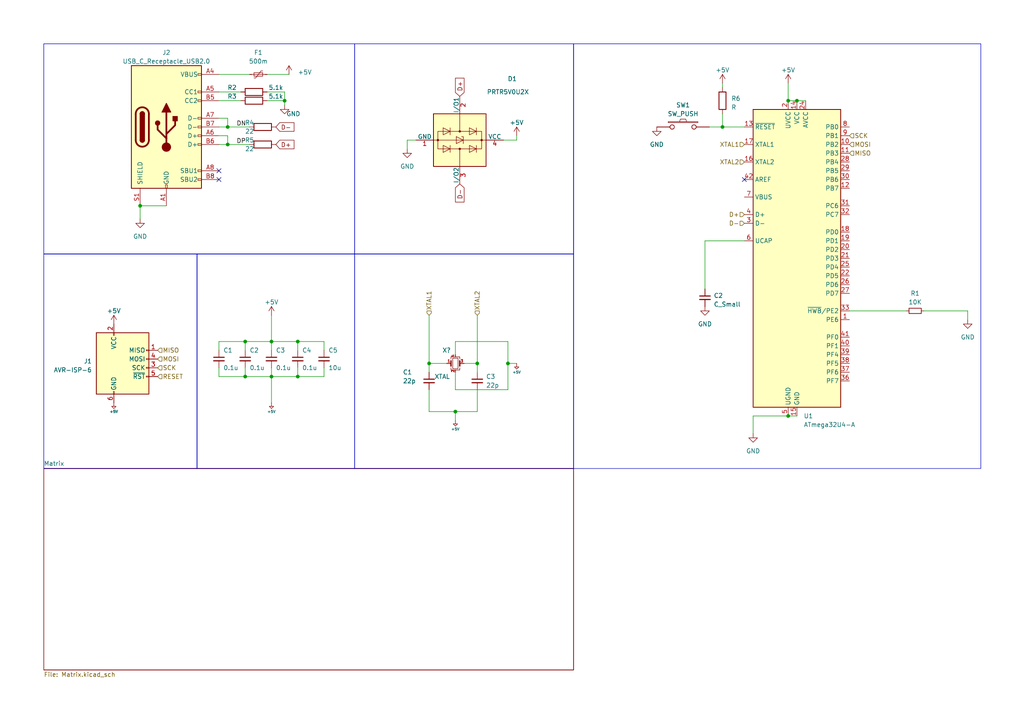
<source format=kicad_sch>
(kicad_sch (version 20230121) (generator eeschema)
  (paper "A4")
  (lib_symbols
    (symbol "Connector:AVR-ISP-6" (pin_names (offset 1.016))
      (property "Reference" "J" (at -6.35 11.43 0))
      (property "Value" "AVR-ISP-6" (at 0 11.43 0))
      (symbol "AVR-ISP-6_0_1"
        (rectangle (start -2.667 -6.858) (end -2.413 -7.62))
        (rectangle (start -2.667 10.16) (end -2.413 9.398))
        (rectangle (start 7.62 -2.413) (end 6.858 -2.667))
        (rectangle (start 7.62 0.127) (end 6.858 -0.127))
        (rectangle (start 7.62 2.667) (end 6.858 2.413))
        (rectangle (start 7.62 5.207) (end 6.858 4.953))
        (rectangle (start 7.62 10.16) (end -7.62 -7.62) (stroke (width 0.254)) (fill (type background)))
      )
      (symbol "AVR-ISP-6_1_1"
        (pin passive line (at 10.16 5.08 180) (length 2.54) (name "MISO") (number "1"))
        (pin passive line (at -2.54 12.7 270) (length 2.54) (name "VCC") (number "2"))
        (pin passive line (at 10.16 0 180) (length 2.54) (name "SCK") (number "3"))
        (pin passive line (at 10.16 2.54 180) (length 2.54) (name "MOSI") (number "4"))
        (pin passive line (at 10.16 -2.54 180) (length 2.54) (name "~{RST}") (number "5"))
        (pin passive line (at -2.54 -10.16 90) (length 2.54) (name "GND") (number "6"))
      )
    )
    (symbol "Connector:USB_C_Receptacle_USB2.0" (pin_names (offset 1.016))
      (property "Reference" "J" (at -10.16 19.05 0))
      (property "Value" "USB_C_Receptacle_USB2.0" (at 19.05 19.05 0))
      (symbol "USB_C_Receptacle_USB2.0_0_0"
        (rectangle (start -0.254 -17.78) (end 0.254 -16.764))
        (rectangle (start 10.16 -14.986) (end 9.144 -15.494))
        (rectangle (start 10.16 -12.446) (end 9.144 -12.954))
        (rectangle (start 10.16 -4.826) (end 9.144 -5.334))
        (rectangle (start 10.16 -2.286) (end 9.144 -2.794))
        (rectangle (start 10.16 0.254) (end 9.144 -0.254))
        (rectangle (start 10.16 2.794) (end 9.144 2.286))
        (rectangle (start 10.16 7.874) (end 9.144 7.366))
        (rectangle (start 10.16 10.414) (end 9.144 9.906))
        (rectangle (start 10.16 15.494) (end 9.144 14.986))
      )
      (symbol "USB_C_Receptacle_USB2.0_0_1"
        (rectangle (start -10.16 17.78) (end 10.16 -17.78) (stroke (width 0.254)) (fill (type background)))
        (arc (start -8.89 -3.81) (mid -6.985 -5.7067) (end -5.08 -3.81) (stroke (width 0.508)))
        (arc (start -7.62 -3.81) (mid -6.985 -4.4423) (end -6.35 -3.81) (stroke (width 0.254)))
        (arc (start -7.62 -3.81) (mid -6.985 -4.4423) (end -6.35 -3.81) (stroke (width 0.254)) (fill (type outline)))
        (rectangle (start -7.62 -3.81) (end -6.35 3.81) (stroke (width 0.254)) (fill (type outline)))
        (arc (start -6.35 3.81) (mid -6.985 4.4423) (end -7.62 3.81) (stroke (width 0.254)))
        (arc (start -6.35 3.81) (mid -6.985 4.4423) (end -7.62 3.81) (stroke (width 0.254)) (fill (type outline)))
        (arc (start -5.08 3.81) (mid -6.985 5.7067) (end -8.89 3.81) (stroke (width 0.508)))
        (circle (center -2.54 1.143) (radius 0.635) (stroke (width 0.254)) (fill (type outline)))
        (circle (center 0 -5.842) (radius 1.27) (fill (type outline)))
        (polyline (pts (xy -8.89 -3.81) (xy -8.89 3.81)) (stroke (width 0.508)))
        (polyline (pts (xy -5.08 3.81) (xy -5.08 -3.81)) (stroke (width 0.508)))
        (polyline (pts (xy 0 -5.842) (xy 0 4.318)) (stroke (width 0.508)))
        (polyline (pts (xy 0 -3.302) (xy -2.54 -0.762) (xy -2.54 0.508)) (stroke (width 0.508)))
        (polyline (pts (xy 0 -2.032) (xy 2.54 0.508) (xy 2.54 1.778)) (stroke (width 0.508)))
        (polyline (pts (xy -1.27 4.318) (xy 0 6.858) (xy 1.27 4.318) (xy -1.27 4.318)) (stroke (width 0.254)) (fill (type outline)))
        (rectangle (start 1.905 1.778) (end 3.175 3.048) (stroke (width 0.254)) (fill (type outline)))
      )
      (symbol "USB_C_Receptacle_USB2.0_1_1"
        (pin passive line (at 0 -22.86 90) (length 5.08) (name "GND") (number "A1"))
        (pin passive line (at 0 -22.86 90) (length 5.08) hide (name "GND") (number "A12"))
        (pin passive line (at 15.24 15.24 180) (length 5.08) (name "VBUS") (number "A4"))
        (pin bidirectional line (at 15.24 10.16 180) (length 5.08) (name "CC1") (number "A5"))
        (pin bidirectional line (at 15.24 -2.54 180) (length 5.08) (name "D+") (number "A6"))
        (pin bidirectional line (at 15.24 2.54 180) (length 5.08) (name "D-") (number "A7"))
        (pin bidirectional line (at 15.24 -12.7 180) (length 5.08) (name "SBU1") (number "A8"))
        (pin passive line (at 15.24 15.24 180) (length 5.08) hide (name "VBUS") (number "A9"))
        (pin passive line (at 0 -22.86 90) (length 5.08) hide (name "GND") (number "B1"))
        (pin passive line (at 0 -22.86 90) (length 5.08) hide (name "GND") (number "B12"))
        (pin passive line (at 15.24 15.24 180) (length 5.08) hide (name "VBUS") (number "B4"))
        (pin bidirectional line (at 15.24 7.62 180) (length 5.08) (name "CC2") (number "B5"))
        (pin bidirectional line (at 15.24 -5.08 180) (length 5.08) (name "D+") (number "B6"))
        (pin bidirectional line (at 15.24 0 180) (length 5.08) (name "D-") (number "B7"))
        (pin bidirectional line (at 15.24 -15.24 180) (length 5.08) (name "SBU2") (number "B8"))
        (pin passive line (at 15.24 15.24 180) (length 5.08) hide (name "VBUS") (number "B9"))
        (pin passive line (at -7.62 -22.86 90) (length 5.08) (name "SHIELD") (number "S1"))
      )
    )
    (symbol "Device:C_Small" (pin_numbers hide) (pin_names (offset 0.254) hide)
      (property "Reference" "C" (at 0.254 1.778 0))
      (property "Value" "C_Small" (at 0.254 -2.032 0))
      (symbol "C_Small_0_1"
        (polyline (pts (xy -1.524 -0.508) (xy 1.524 -0.508)) (stroke (width 0.3302)))
        (polyline (pts (xy -1.524 0.508) (xy 1.524 0.508)) (stroke (width 0.3048)))
      )
      (symbol "C_Small_1_1"
        (pin passive line (at 0 2.54 270) (length 2.032) (name "~") (number "1"))
        (pin passive line (at 0 -2.54 90) (length 2.032) (name "~") (number "2"))
      )
    )
    (symbol "Device:Crystal_GND24_Small" (pin_names (offset 1.016) hide)
      (property "Reference" "Y" (at 1.27 4.445 0))
      (property "Value" "Crystal_GND24_Small" (at 1.27 2.54 0))
      (symbol "Crystal_GND24_Small_0_1"
        (rectangle (start -0.762 -1.524) (end 0.762 1.524))
        (polyline (pts (xy -1.27 -0.762) (xy -1.27 0.762)) (stroke (width 0.381)))
        (polyline (pts (xy 1.27 -0.762) (xy 1.27 0.762)) (stroke (width 0.381)))
        (polyline (pts (xy -1.27 -1.27) (xy -1.27 -1.905) (xy 1.27 -1.905) (xy 1.27 -1.27)))
        (polyline (pts (xy -1.27 1.27) (xy -1.27 1.905) (xy 1.27 1.905) (xy 1.27 1.27)))
      )
      (symbol "Crystal_GND24_Small_1_1"
        (pin passive line (at -2.54 0 0) (length 1.27) (name "1") (number "1"))
        (pin passive line (at 0 -2.54 90) (length 0.635) (name "2") (number "2"))
        (pin passive line (at 2.54 0 180) (length 1.27) (name "3") (number "3"))
        (pin passive line (at 0 2.54 270) (length 0.635) (name "4") (number "4"))
      )
    )
    (symbol "Device:Polyfuse_Small" (pin_numbers hide) (pin_names (offset 0))
      (property "Reference" "F" (at -1.905 0 90))
      (property "Value" "Polyfuse_Small" (at 1.905 0 90))
      (symbol "Polyfuse_Small_0_1"
        (rectangle (start -0.508 1.27) (end 0.508 -1.27))
        (polyline (pts (xy 0 2.54) (xy 0 -2.54)))
        (polyline (pts (xy -1.016 1.27) (xy -1.016 0.762) (xy 1.016 -0.762) (xy 1.016 -1.27)))
      )
      (symbol "Polyfuse_Small_1_1"
        (pin passive line (at 0 2.54 270) (length 0.635) (name "~") (number "1"))
        (pin passive line (at 0 -2.54 90) (length 0.635) (name "~") (number "2"))
      )
    )
    (symbol "Device:R" (pin_numbers hide) (pin_names (offset 0))
      (property "Reference" "R" (at 2.032 0 90))
      (property "Value" "R" (at 0 0 90))
      (symbol "R_0_1"
        (rectangle (start -1.016 -2.54) (end 1.016 2.54) (stroke (width 0.254)))
      )
      (symbol "R_1_1"
        (pin passive line (at 0 3.81 270) (length 1.27) (name "~") (number "1"))
        (pin passive line (at 0 -3.81 90) (length 1.27) (name "~") (number "2"))
      )
    )
    (symbol "Device:R_Small" (pin_numbers hide) (pin_names (offset 0.254) hide)
      (property "Reference" "R" (at 0.762 0.508 0))
      (property "Value" "R_Small" (at 0.762 -1.016 0))
      (symbol "R_Small_0_1"
        (rectangle (start -0.762 1.778) (end 0.762 -1.778) (stroke (width 0.2032)))
      )
      (symbol "R_Small_1_1"
        (pin passive line (at 0 2.54 270) (length 0.762) (name "~") (number "1"))
        (pin passive line (at 0 -2.54 90) (length 0.762) (name "~") (number "2"))
      )
    )
    (symbol "MCU_Microchip_ATmega:ATmega32U4-A"
      (property "Reference" "U" (at -12.7 44.45 0))
      (property "Value" "ATmega32U4-A" (at 2.54 -44.45 0))
      (symbol "ATmega32U4-A_0_1"
        (rectangle (start -12.7 -43.18) (end 12.7 43.18) (stroke (width 0.254)) (fill (type background)))
      )
      (symbol "ATmega32U4-A_1_1"
        (pin bidirectional line (at 15.24 -17.78 180) (length 2.54) (name "PE6") (number "1"))
        (pin bidirectional line (at 15.24 33.02 180) (length 2.54) (name "PB2") (number "10"))
        (pin bidirectional line (at 15.24 30.48 180) (length 2.54) (name "PB3") (number "11"))
        (pin bidirectional line (at 15.24 20.32 180) (length 2.54) (name "PB7") (number "12"))
        (pin input line (at -15.24 38.1 0) (length 2.54) (name "~{RESET}") (number "13"))
        (pin power_in line (at 0 45.72 270) (length 2.54) (name "VCC") (number "14"))
        (pin power_in line (at 0 -45.72 90) (length 2.54) (name "GND") (number "15"))
        (pin output line (at -15.24 27.94 0) (length 2.54) (name "XTAL2") (number "16"))
        (pin input line (at -15.24 33.02 0) (length 2.54) (name "XTAL1") (number "17"))
        (pin bidirectional line (at 15.24 7.62 180) (length 2.54) (name "PD0") (number "18"))
        (pin bidirectional line (at 15.24 5.08 180) (length 2.54) (name "PD1") (number "19"))
        (pin power_in line (at -2.54 45.72 270) (length 2.54) (name "UVCC") (number "2"))
        (pin bidirectional line (at 15.24 2.54 180) (length 2.54) (name "PD2") (number "20"))
        (pin bidirectional line (at 15.24 0 180) (length 2.54) (name "PD3") (number "21"))
        (pin bidirectional line (at 15.24 -5.08 180) (length 2.54) (name "PD5") (number "22"))
        (pin passive line (at 0 -45.72 90) (length 2.54) hide (name "GND") (number "23"))
        (pin power_in line (at 2.54 45.72 270) (length 2.54) (name "AVCC") (number "24"))
        (pin bidirectional line (at 15.24 -2.54 180) (length 2.54) (name "PD4") (number "25"))
        (pin bidirectional line (at 15.24 -7.62 180) (length 2.54) (name "PD6") (number "26"))
        (pin bidirectional line (at 15.24 -10.16 180) (length 2.54) (name "PD7") (number "27"))
        (pin bidirectional line (at 15.24 27.94 180) (length 2.54) (name "PB4") (number "28"))
        (pin bidirectional line (at 15.24 25.4 180) (length 2.54) (name "PB5") (number "29"))
        (pin bidirectional line (at -15.24 10.16 0) (length 2.54) (name "D-") (number "3"))
        (pin bidirectional line (at 15.24 22.86 180) (length 2.54) (name "PB6") (number "30"))
        (pin bidirectional line (at 15.24 15.24 180) (length 2.54) (name "PC6") (number "31"))
        (pin bidirectional line (at 15.24 12.7 180) (length 2.54) (name "PC7") (number "32"))
        (pin bidirectional line (at 15.24 -15.24 180) (length 2.54) (name "~{HWB}/PE2") (number "33"))
        (pin passive line (at 0 45.72 270) (length 2.54) hide (name "VCC") (number "34"))
        (pin passive line (at 0 -45.72 90) (length 2.54) hide (name "GND") (number "35"))
        (pin bidirectional line (at 15.24 -35.56 180) (length 2.54) (name "PF7") (number "36"))
        (pin bidirectional line (at 15.24 -33.02 180) (length 2.54) (name "PF6") (number "37"))
        (pin bidirectional line (at 15.24 -30.48 180) (length 2.54) (name "PF5") (number "38"))
        (pin bidirectional line (at 15.24 -27.94 180) (length 2.54) (name "PF4") (number "39"))
        (pin bidirectional line (at -15.24 12.7 0) (length 2.54) (name "D+") (number "4"))
        (pin bidirectional line (at 15.24 -25.4 180) (length 2.54) (name "PF1") (number "40"))
        (pin bidirectional line (at 15.24 -22.86 180) (length 2.54) (name "PF0") (number "41"))
        (pin passive line (at -15.24 22.86 0) (length 2.54) (name "AREF") (number "42"))
        (pin passive line (at 0 -45.72 90) (length 2.54) hide (name "GND") (number "43"))
        (pin passive line (at 2.54 45.72 270) (length 2.54) hide (name "AVCC") (number "44"))
        (pin passive line (at -2.54 -45.72 90) (length 2.54) (name "UGND") (number "5"))
        (pin passive line (at -15.24 5.08 0) (length 2.54) (name "UCAP") (number "6"))
        (pin input line (at -15.24 17.78 0) (length 2.54) (name "VBUS") (number "7"))
        (pin bidirectional line (at 15.24 38.1 180) (length 2.54) (name "PB0") (number "8"))
        (pin bidirectional line (at 15.24 35.56 180) (length 2.54) (name "PB1") (number "9"))
      )
    )
    (symbol "Power_Protection:PRTR5V0U2X" (pin_names (offset 0))
      (property "Reference" "D" (at 2.794 8.636 0))
      (property "Value" "PRTR5V0U2X" (at 8.128 -9.398 0))
      (symbol "PRTR5V0U2X_0_1"
        (rectangle (start -7.62 -7.62) (end 7.62 7.62) (stroke (width 0.254)) (fill (type background)))
        (circle (center -2.54 0) (radius 0.254) (fill (type outline)))
        (rectangle (start -2.54 6.35) (end 2.54 -6.35))
        (circle (center 0 -6.35) (radius 0.254) (fill (type outline)))
        (polyline (pts (xy -2.54 0) (xy -7.62 0)))
        (polyline (pts (xy -1.524 -2.794) (xy -3.556 -2.794)))
        (polyline (pts (xy -1.524 4.826) (xy -3.556 4.826)))
        (polyline (pts (xy 0 -7.62) (xy 0 7.62)))
        (polyline (pts (xy 1.524 -2.794) (xy 3.556 -2.794)))
        (polyline (pts (xy 1.524 4.826) (xy 3.556 4.826)))
        (polyline (pts (xy 2.54 0) (xy 7.62 0)))
        (polyline (pts (xy 1.016 1.016) (xy -1.016 1.016) (xy -1.016 0.508)))
        (polyline (pts (xy -3.556 -4.826) (xy -1.524 -4.826) (xy -2.54 -2.794) (xy -3.556 -4.826)))
        (polyline (pts (xy -3.556 2.794) (xy -1.524 2.794) (xy -2.54 4.826) (xy -3.556 2.794)))
        (polyline (pts (xy -1.016 -1.016) (xy 1.016 -1.016) (xy 0 1.016) (xy -1.016 -1.016)))
        (polyline (pts (xy 3.556 -4.826) (xy 1.524 -4.826) (xy 2.54 -2.794) (xy 3.556 -4.826)))
        (polyline (pts (xy 3.556 2.794) (xy 1.524 2.794) (xy 2.54 4.826) (xy 3.556 2.794)))
        (circle (center 0 6.35) (radius 0.254) (fill (type outline)))
        (circle (center 2.54 0) (radius 0.254) (fill (type outline)))
      )
      (symbol "PRTR5V0U2X_1_1"
        (pin passive line (at 0 -12.7 90) (length 5.08) (name "GND") (number "1"))
        (pin passive line (at -12.7 0 0) (length 5.08) (name "I/O1") (number "2"))
        (pin passive line (at 12.7 0 180) (length 5.08) (name "I/O2") (number "3"))
        (pin passive line (at 0 12.7 270) (length 5.08) (name "VCC") (number "4"))
      )
    )
    (symbol "keyboard_parts:GND" (power) (pin_names (offset 0))
      (property "Value" "GND" (at 0 -2.54 0))
      (symbol "GND_0_0"
        (pin power_in line (at 0 0 90) (length 0) hide (name "+5V") (number "1"))
      )
      (symbol "GND_0_1"
        (polyline (pts (xy 0 -1.651) (xy 0.635 -1.016) (xy -0.635 -1.016) (xy 0 -1.651)))
      )
      (symbol "GND_1_1"
        (polyline (pts (xy 0 0) (xy 0 -1.016) (xy 0 -1.016)))
      )
    )
    (symbol "keyboard_parts:SW_PUSH" (pin_numbers hide) (pin_names (offset 1.016) hide)
      (property "Reference" "SW" (at 3.81 2.794 0))
      (property "Value" "SW_PUSH" (at 0 -2.032 0))
      (symbol "SW_PUSH_0_1"
        (rectangle (start -4.318 1.27) (end 4.318 1.524))
        (polyline (pts (xy -1.016 1.524) (xy -0.762 2.286) (xy 0.762 2.286) (xy 1.016 1.524)))
        (pin passive inverted (at -7.62 0 0) (length 5.08) (name "1") (number "1"))
        (pin passive inverted (at 7.62 0 180) (length 5.08) (name "2") (number "2"))
      )
    )
    (symbol "power:+5V" (power) (pin_names (offset 0))
      (property "Value" "+5V" (at 0 3.556 0))
      (symbol "+5V_0_1"
        (polyline (pts (xy -0.762 1.27) (xy 0 2.54)))
        (polyline (pts (xy 0 0) (xy 0 2.54)))
        (polyline (pts (xy 0 2.54) (xy 0.762 1.27)))
      )
      (symbol "+5V_1_1"
        (pin power_in line (at 0 0 90) (length 0) hide (name "+5V") (number "1"))
      )
    )
    (symbol "power:GND" (power) (pin_names (offset 0))
      (property "Value" "GND" (at 0 -3.81 0))
      (symbol "GND_0_1"
        (polyline (pts (xy 0 0) (xy 0 -1.27) (xy 1.27 -1.27) (xy 0 -2.54) (xy -1.27 -1.27) (xy 0 -1.27)))
      )
      (symbol "GND_1_1"
        (pin power_in line (at 0 0 270) (length 0) hide (name "GND") (number "1"))
      )
    )
  )
  (junction (at 82.55 29.21))
  (junction (at 71.12 109.22))
  (junction (at 78.74 109.22))
  (junction (at 124.46 105.41))
  (junction (at 231.14 29.21))
  (junction (at 228.6 120.65))
  (junction (at 66.04 36.83))
  (junction (at 71.12 99.06))
  (junction (at 228.6 29.21))
  (junction (at 138.43 105.41))
  (junction (at 66.04 41.91))
  (junction (at 78.74 99.06))
  (junction (at 147.32 105.41))
  (junction (at 86.36 99.06))
  (junction (at 86.36 109.22))
  (junction (at 40.64 59.69))
  (junction (at 209.55 36.83))
  (junction (at 132.08 119.38))
  (no_connect (at 215.9 52.07))
  (no_connect (at 63.5 52.07))
  (no_connect (at 63.5 49.53))
  (wire (pts (xy 63.5 106.68) (xy 63.5 109.22)))
  (wire (pts (xy 205.74 36.83) (xy 209.55 36.83)))
  (wire (pts (xy 118.11 40.64) (xy 120.65 40.64)))
  (wire (pts (xy 209.55 33.02) (xy 209.55 36.83)))
  (wire (pts (xy 132.08 119.38) (xy 138.43 119.38)))
  (wire (pts (xy 132.08 113.03) (xy 147.32 113.03)))
  (wire (pts (xy 147.32 105.41) (xy 147.32 113.03)))
  (wire (pts (xy 138.43 119.38) (xy 138.43 113.03)))
  (wire (pts (xy 147.32 105.41) (xy 149.86 105.41)))
  (wire (pts (xy 147.32 99.06) (xy 147.32 105.41)))
  (wire (pts (xy 63.5 109.22) (xy 71.12 109.22)))
  (wire (pts (xy 124.46 107.95) (xy 124.46 105.41)))
  (wire (pts (xy 77.47 26.67) (xy 82.55 26.67)))
  (wire (pts (xy 40.64 59.69) (xy 40.64 63.5)))
  (wire (pts (xy 66.04 34.29) (xy 66.04 36.83)))
  (wire (pts (xy 149.86 40.64) (xy 146.05 40.64)))
  (wire (pts (xy 86.36 109.22) (xy 93.98 109.22)))
  (wire (pts (xy 93.98 109.22) (xy 93.98 106.68)))
  (wire (pts (xy 78.74 109.22) (xy 86.36 109.22)))
  (wire (pts (xy 86.36 106.68) (xy 86.36 109.22)))
  (wire (pts (xy 93.98 99.06) (xy 93.98 101.6)))
  (wire (pts (xy 86.36 99.06) (xy 93.98 99.06)))
  (wire (pts (xy 124.46 91.44) (xy 124.46 105.41)))
  (wire (pts (xy 66.04 41.91) (xy 72.39 41.91)))
  (wire (pts (xy 231.14 29.21) (xy 233.68 29.21)))
  (wire (pts (xy 134.62 105.41) (xy 138.43 105.41)))
  (wire (pts (xy 78.74 91.44) (xy 78.74 99.06)))
  (wire (pts (xy 138.43 107.95) (xy 138.43 105.41)))
  (wire (pts (xy 124.46 105.41) (xy 129.54 105.41)))
  (wire (pts (xy 218.44 120.65) (xy 228.6 120.65)))
  (wire (pts (xy 82.55 26.67) (xy 82.55 29.21)))
  (wire (pts (xy 66.04 36.83) (xy 72.39 36.83)))
  (wire (pts (xy 71.12 109.22) (xy 78.74 109.22)))
  (wire (pts (xy 71.12 99.06) (xy 71.12 101.6)))
  (wire (pts (xy 267.97 90.17) (xy 280.67 90.17)))
  (wire (pts (xy 63.5 39.37) (xy 66.04 39.37)))
  (wire (pts (xy 63.5 36.83) (xy 66.04 36.83)))
  (wire (pts (xy 124.46 113.03) (xy 124.46 119.38)))
  (wire (pts (xy 228.6 29.21) (xy 231.14 29.21)))
  (wire (pts (xy 78.74 109.22) (xy 78.74 116.84)))
  (wire (pts (xy 118.11 43.18) (xy 118.11 40.64)))
  (wire (pts (xy 63.5 41.91) (xy 66.04 41.91)))
  (wire (pts (xy 78.74 99.06) (xy 86.36 99.06)))
  (wire (pts (xy 209.55 24.13) (xy 209.55 25.4)))
  (wire (pts (xy 218.44 125.73) (xy 218.44 120.65)))
  (wire (pts (xy 209.55 36.83) (xy 215.9 36.83)))
  (wire (pts (xy 66.04 39.37) (xy 66.04 41.91)))
  (wire (pts (xy 215.9 69.85) (xy 204.47 69.85)))
  (wire (pts (xy 138.43 91.44) (xy 138.43 105.41)))
  (wire (pts (xy 63.5 26.67) (xy 69.85 26.67)))
  (wire (pts (xy 77.47 29.21) (xy 82.55 29.21)))
  (wire (pts (xy 132.08 119.38) (xy 132.08 121.92)))
  (wire (pts (xy 228.6 24.13) (xy 228.6 29.21)))
  (wire (pts (xy 86.36 99.06) (xy 86.36 101.6)))
  (wire (pts (xy 71.12 99.06) (xy 78.74 99.06)))
  (wire (pts (xy 63.5 99.06) (xy 71.12 99.06)))
  (wire (pts (xy 246.38 90.17) (xy 262.89 90.17)))
  (wire (pts (xy 63.5 29.21) (xy 69.85 29.21)))
  (wire (pts (xy 149.86 39.37) (xy 149.86 40.64)))
  (wire (pts (xy 132.08 113.03) (xy 132.08 107.95)))
  (wire (pts (xy 63.5 21.59) (xy 72.39 21.59)))
  (wire (pts (xy 78.74 106.68) (xy 78.74 109.22)))
  (wire (pts (xy 132.08 102.87) (xy 132.08 99.06)))
  (wire (pts (xy 124.46 119.38) (xy 132.08 119.38)))
  (wire (pts (xy 280.67 90.17) (xy 280.67 92.71)))
  (wire (pts (xy 63.5 101.6) (xy 63.5 99.06)))
  (wire (pts (xy 77.47 21.59) (xy 83.82 21.59)))
  (wire (pts (xy 204.47 69.85) (xy 204.47 83.82)))
  (wire (pts (xy 82.55 29.21) (xy 82.55 30.48)))
  (wire (pts (xy 228.6 120.65) (xy 231.14 120.65)))
  (wire (pts (xy 132.08 99.06) (xy 147.32 99.06)))
  (wire (pts (xy 71.12 106.68) (xy 71.12 109.22)))
  (wire (pts (xy 63.5 34.29) (xy 66.04 34.29)))
  (wire (pts (xy 78.74 99.06) (xy 78.74 101.6)))
  (wire (pts (xy 40.64 59.69) (xy 48.26 59.69)))
  (rectangle (start 12.7 73.66) (end 57.15 135.89))
  (rectangle (start 102.87 12.7) (end 166.37 73.66))
  (rectangle (start 102.87 73.66) (end 166.37 135.89))
  (rectangle (start 12.7 12.7) (end 102.87 73.66))
  (rectangle (start 166.37 12.7) (end 284.48 135.89))
  (rectangle (start 57.15 73.66) (end 102.87 135.89))
  (label "DP" (at 68.58 41.91 0))
  (label "DN" (at 68.58 36.83 0))
  (global_label "D+" (shape input) (at 133.35 27.94 90) (property "Intersheetrefs" "${INTERSHEET_REFS}" (effects hide)))
  (global_label "D-" (shape input) (at 133.35 53.34 270) (property "Intersheetrefs" "${INTERSHEET_REFS}" (effects hide)))
  (global_label "D+" (shape input) (at 80.01 41.91 0) (property "Intersheetrefs" "${INTERSHEET_REFS}" (effects hide)))
  (global_label "D-" (shape input) (at 80.01 36.83 0) (property "Intersheetrefs" "${INTERSHEET_REFS}" (effects hide)))
  (hierarchical_label "MISO" (shape input) (at 246.38 44.45 0))
  (hierarchical_label "D+" (shape input) (at 215.9 62.23 180))
  (hierarchical_label "XTAL2" (shape input) (at 215.9 46.99 180))
  (hierarchical_label "MISO" (shape input) (at 45.72 101.6 0))
  (hierarchical_label "SCK" (shape input) (at 45.72 106.68 0))
  (hierarchical_label "D-" (shape input) (at 215.9 64.77 180))
  (hierarchical_label "XTAL1" (shape input) (at 124.46 91.44 90))
  (hierarchical_label "XTAL2" (shape input) (at 138.43 91.44 90))
  (hierarchical_label "XTAL1" (shape input) (at 215.9 41.91 180))
  (hierarchical_label "SCK" (shape input) (at 246.38 39.37 0))
  (hierarchical_label "MOSI" (shape input) (at 45.72 104.14 0))
  (hierarchical_label "MOSI" (shape input) (at 246.38 41.91 0))
  (hierarchical_label "RESET" (shape input) (at 45.72 109.22 0))
  (symbol (lib_id "power:GND") (at 82.55 30.48 0) (unit 1)
    (property "Reference" "#PWR013" (effects hide))
    (property "Value" "GND" (at 85.09 33.02 0))
  )
  (symbol (lib_id "Power_Protection:PRTR5V0U2X") (at 133.35 40.64 270) (unit 1)
    (property "Reference" "D1" (at 148.59 22.86 90))
    (property "Value" "PRTR5V0U2X" (at 147.32 26.67 90))
    (property "Footprint" "Package_TO_SOT_SMD:SOT-143" (effects hide))
    (property "Datasheet" "https://assets.nexperia.com/documents/data-sheet/PRTR5V0U2X.pdf" (effects hide))
  )
  (symbol (lib_id "Device:C_Small") (at 204.47 86.36 0) (unit 1)
    (property "Reference" "C2" (at 207.01 85.7313 0) (effects (justify left)))
    (property "Value" "C_Small" (at 207.01 88.2713 0) (effects (justify left)))
  )
  (symbol (lib_id "keyboard_parts:GND") (at 33.02 116.84 0) (unit 1)
    (property "Reference" "#PWR08" (effects hide))
    (property "Value" "GND" (at 33.02 119.38 0) (effects (font (size 0.762 0.762))))
  )
  (symbol (lib_id "power:+5V") (at 209.55 24.13 0) (unit 1)
    (property "Reference" "#PWR015" (effects hide))
    (property "Value" "+5V" (at 209.55 20.32 0))
  )
  (symbol (lib_id "Device:C_Small") (at 138.43 110.49 0) (unit 1)
    (property "Reference" "C3" (at 140.97 109.22 0) (effects (justify left)))
    (property "Value" "22p" (at 140.97 111.76 0) (effects (justify left)))
  )
  (symbol (lib_id "Device:R") (at 76.2 41.91 270) (unit 1)
    (property "Reference" "R5" (at 72.39 40.64 90))
    (property "Value" "22" (at 72.39 43.18 90))
    (property "Footprint" "Resistor_SMD:R_0805_2012Metric_Pad1.20x1.40mm_HandSolder" (effects hide))
  )
  (symbol (lib_id "Connector:USB_C_Receptacle_USB2.0") (at 48.26 36.83 0) (unit 1)
    (property "Reference" "J2" (at 48.26 15.24 0))
    (property "Value" "USB_C_Receptacle_USB2.0" (at 48.26 17.78 0))
    (property "Datasheet" "https://www.usb.org/sites/default/files/documents/usb_type-c.zip" (effects hide))
  )
  (symbol (lib_id "Device:R") (at 209.55 29.21 0) (unit 1)
    (property "Reference" "R6" (at 212.09 28.575 0) (effects (justify left)))
    (property "Value" "R" (at 212.09 31.115 0) (effects (justify left)))
  )
  (symbol (lib_id "Device:C_Small") (at 124.46 110.49 0) (unit 1)
    (property "Reference" "C1" (at 116.84 107.95 0) (effects (justify left)))
    (property "Value" "22p" (at 116.84 110.49 0) (effects (justify left)))
  )
  (symbol (lib_id "power:+5V") (at 78.74 91.44 0) (unit 1)
    (property "Reference" "#PWR07" (effects hide))
    (property "Value" "+5V" (at 78.74 87.63 0))
  )
  (symbol (lib_id "keyboard_parts:GND") (at 149.86 105.41 0) (unit 1)
    (property "Reference" "#PWR017" (effects hide))
    (property "Value" "GND" (at 149.86 107.95 0) (effects (font (size 0.762 0.762))))
  )
  (symbol (lib_id "power:+5V") (at 83.82 21.59 0) (unit 1)
    (property "Reference" "#PWR014" (effects hide))
    (property "Value" "+5V" (at 86.36 20.955 0) (effects (justify left)))
  )
  (symbol (lib_id "power:GND") (at 280.67 92.71 0) (unit 1)
    (property "Reference" "#PWR04" (effects hide))
    (property "Value" "GND" (at 280.67 97.79 0))
  )
  (symbol (lib_id "Device:C_Small") (at 63.5 104.14 0) (unit 1)
    (property "Reference" "C1" (at 64.77 101.6 0) (effects (justify left)))
    (property "Value" "0.1u" (at 64.77 106.68 0) (effects (justify left)))
  )
  (symbol (lib_id "keyboard_parts:SW_PUSH") (at 198.12 36.83 0) (unit 1)
    (property "Reference" "SW1" (at 198.12 30.48 0))
    (property "Value" "SW_PUSH" (at 198.12 33.02 0))
  )
  (symbol (lib_id "power:+5V") (at 228.6 24.13 0) (unit 1)
    (property "Reference" "#PWR01" (effects hide))
    (property "Value" "+5V" (at 228.6 20.32 0))
  )
  (symbol (lib_id "Device:C_Small") (at 71.12 104.14 0) (unit 1)
    (property "Reference" "C2" (at 72.39 101.6 0) (effects (justify left)))
    (property "Value" "0.1u" (at 72.39 106.68 0) (effects (justify left)))
  )
  (symbol (lib_id "Device:R") (at 73.66 29.21 270) (unit 1)
    (property "Reference" "R3" (at 67.31 27.94 90))
    (property "Value" "5.1k" (at 80.01 27.94 90))
    (property "Footprint" "Resistor_SMD:R_0805_2012Metric_Pad1.20x1.40mm_HandSolder" (effects hide))
  )
  (symbol (lib_id "Device:R") (at 76.2 36.83 270) (unit 1)
    (property "Reference" "R4" (at 72.39 35.56 90))
    (property "Value" "22" (at 72.39 38.1 90))
    (property "Footprint" "Resistor_SMD:R_0805_2012Metric_Pad1.20x1.40mm_HandSolder" (effects hide))
  )
  (symbol (lib_id "Device:C_Small") (at 86.36 104.14 0) (unit 1)
    (property "Reference" "C4" (at 87.63 101.6 0) (effects (justify left)))
    (property "Value" "0.1u" (at 87.63 106.68 0) (effects (justify left)))
  )
  (symbol (lib_id "power:GND") (at 190.5 36.83 0) (unit 1)
    (property "Reference" "#PWR016" (effects hide))
    (property "Value" "GND" (at 190.5 41.91 0))
  )
  (symbol (lib_id "Device:Crystal_GND24_Small") (at 132.08 105.41 0) (unit 1)
    (property "Reference" "XTAL" (at 128.27 109.22 0))
    (property "Value" "X?" (at 129.54 101.6 0))
  )
  (symbol (lib_id "Connector:AVR-ISP-6") (at 35.56 106.68 0) (unit 1)
    (property "Reference" "J1" (at 26.67 104.775 0) (effects (justify right)))
    (property "Value" "AVR-ISP-6" (at 26.67 107.315 0) (effects (justify right)))
    (property "Datasheet" " ~" (effects hide))
  )
  (symbol (lib_id "Device:C_Small") (at 93.98 104.14 0) (unit 1)
    (property "Reference" "C5" (at 95.25 101.6 0) (effects (justify left)))
    (property "Value" "10u" (at 95.25 106.68 0) (effects (justify left)))
  )
  (symbol (lib_id "keyboard_parts:GND") (at 132.08 121.92 0) (unit 1)
    (property "Reference" "#PWR05" (effects hide))
    (property "Value" "GND" (at 132.08 124.46 0) (effects (font (size 0.762 0.762))))
  )
  (symbol (lib_id "Device:R_Small") (at 265.43 90.17 90) (unit 1)
    (property "Reference" "R1" (at 265.43 85.09 90))
    (property "Value" "10K" (at 265.43 87.63 90))
  )
  (symbol (lib_id "Device:R") (at 73.66 26.67 270) (unit 1)
    (property "Reference" "R2" (at 67.31 25.4 90))
    (property "Value" "5.1k" (at 80.01 25.4 90))
    (property "Footprint" "Resistor_SMD:R_0805_2012Metric_Pad1.20x1.40mm_HandSolder" (effects hide))
  )
  (symbol (lib_id "Device:Polyfuse_Small") (at 74.93 21.59 90) (unit 1)
    (property "Reference" "F1" (at 74.93 15.24 90))
    (property "Value" "500m" (at 74.93 17.78 90))
  )
  (symbol (lib_id "MCU_Microchip_ATmega:ATmega32U4-A") (at 231.14 74.93 0) (unit 1)
    (property "Reference" "U1" (at 233.0959 120.65 0) (effects (justify left)))
    (property "Value" "ATmega32U4-A" (at 233.0959 123.19 0) (effects (justify left)))
    (property "Footprint" "Package_QFP:TQFP-44_10x10mm_P0.8mm" (effects hide))
    (property "Datasheet" "http://ww1.microchip.com/downloads/en/DeviceDoc/Atmel-7766-8-bit-AVR-ATmega16U4-32U4_Datasheet.pdf" (effects hide))
  )
  (symbol (lib_id "power:GND") (at 118.11 43.18 0) (unit 1)
    (property "Reference" "#PWR010" (effects hide))
    (property "Value" "GND" (at 118.11 48.26 0))
  )
  (symbol (lib_id "power:GND") (at 218.44 125.73 0) (unit 1)
    (property "Reference" "#PWR02" (effects hide))
    (property "Value" "GND" (at 218.44 130.81 0))
  )
  (symbol (lib_id "keyboard_parts:GND") (at 78.74 116.84 0) (unit 1)
    (property "Reference" "#PWR06" (effects hide))
    (property "Value" "GND" (at 78.74 119.38 0) (effects (font (size 0.762 0.762))))
  )
  (symbol (lib_id "Device:C_Small") (at 78.74 104.14 0) (unit 1)
    (property "Reference" "C3" (at 80.01 101.6 0) (effects (justify left)))
    (property "Value" "0.1u" (at 80.01 106.68 0) (effects (justify left)))
  )
  (symbol (lib_id "power:GND") (at 40.64 63.5 0) (unit 1)
    (property "Reference" "#PWR012" (effects hide))
    (property "Value" "GND" (at 40.64 68.58 0))
  )
  (symbol (lib_id "power:+5V") (at 33.02 93.98 0) (unit 1)
    (property "Reference" "#PWR09" (effects hide))
    (property "Value" "+5V" (at 33.02 90.17 0))
  )
  (symbol (lib_id "power:GND") (at 204.47 88.9 0) (unit 1)
    (property "Reference" "#PWR03" (effects hide))
    (property "Value" "GND" (at 204.47 93.98 0))
  )
  (symbol (lib_id "power:+5V") (at 149.86 39.37 0) (unit 1)
    (property "Reference" "#PWR011" (effects hide))
    (property "Value" "+5V" (at 149.86 35.56 0))
  )
  (sheet (at 12.7 135.89) (size 153.67 58.42) (stroke (width 0.1524))
    (property "Sheetname" "Matrix" (at 12.7 135.1784 0) (effects (justify left bottom)))
    (property "Sheetfile" "Matrix.kicad_sch" (at 12.7 194.8946 0) (effects (justify left top)))
  )
)
</source>
